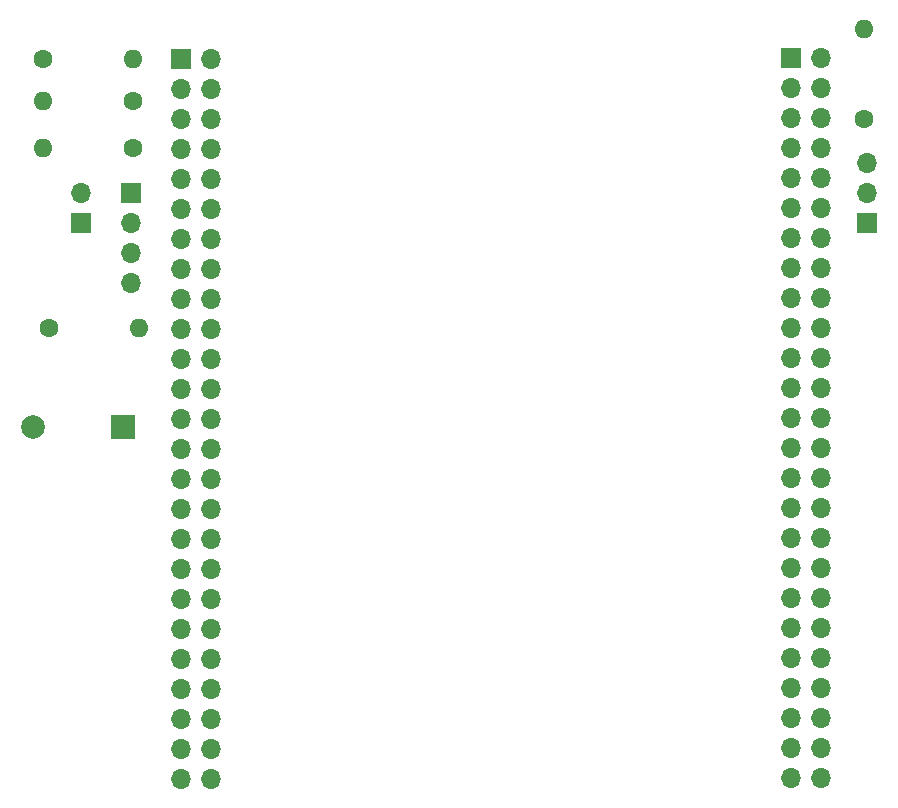
<source format=gbr>
%TF.GenerationSoftware,KiCad,Pcbnew,7.0.1*%
%TF.CreationDate,2023-05-28T14:58:13-06:00*%
%TF.ProjectId,Phase D,50686173-6520-4442-9e6b-696361645f70,rev?*%
%TF.SameCoordinates,Original*%
%TF.FileFunction,Soldermask,Top*%
%TF.FilePolarity,Negative*%
%FSLAX46Y46*%
G04 Gerber Fmt 4.6, Leading zero omitted, Abs format (unit mm)*
G04 Created by KiCad (PCBNEW 7.0.1) date 2023-05-28 14:58:13*
%MOMM*%
%LPD*%
G01*
G04 APERTURE LIST*
%ADD10R,1.700000X1.700000*%
%ADD11O,1.700000X1.700000*%
%ADD12C,1.600000*%
%ADD13O,1.600000X1.600000*%
%ADD14R,2.000000X2.000000*%
%ADD15C,2.000000*%
G04 APERTURE END LIST*
D10*
%TO.C,J6*%
X199440000Y-81040000D03*
D11*
X199440000Y-78500000D03*
X199440000Y-75960000D03*
%TD*%
D12*
%TO.C,R4*%
X199200000Y-72180000D03*
D13*
X199200000Y-64560000D03*
%TD*%
D12*
%TO.C,TH1*%
X129640000Y-67150000D03*
D13*
X137260000Y-67150000D03*
%TD*%
D12*
%TO.C,R2*%
X130165000Y-89875000D03*
D13*
X137785000Y-89875000D03*
%TD*%
D10*
%TO.C,J7*%
X132850000Y-81000000D03*
D11*
X132850000Y-78460000D03*
%TD*%
D12*
%TO.C,R3*%
X137265000Y-74625000D03*
D13*
X129645000Y-74625000D03*
%TD*%
D10*
%TO.C,J1*%
X193000000Y-67025000D03*
D11*
X195540000Y-67025000D03*
X193000000Y-69565000D03*
X195540000Y-69565000D03*
X193000000Y-72105000D03*
X195540000Y-72105000D03*
X193000000Y-74645000D03*
X195540000Y-74645000D03*
X193000000Y-77185000D03*
X195540000Y-77185000D03*
X193000000Y-79725000D03*
X195540000Y-79725000D03*
X193000000Y-82265000D03*
X195540000Y-82265000D03*
X193000000Y-84805000D03*
X195540000Y-84805000D03*
X193000000Y-87345000D03*
X195540000Y-87345000D03*
X193000000Y-89885000D03*
X195540000Y-89885000D03*
X193000000Y-92425000D03*
X195540000Y-92425000D03*
X193000000Y-94965000D03*
X195540000Y-94965000D03*
X193000000Y-97505000D03*
X195540000Y-97505000D03*
X193000000Y-100045000D03*
X195540000Y-100045000D03*
X193000000Y-102585000D03*
X195540000Y-102585000D03*
X193000000Y-105125000D03*
X195540000Y-105125000D03*
X193000000Y-107665000D03*
X195540000Y-107665000D03*
X193000000Y-110205000D03*
X195540000Y-110205000D03*
X193000000Y-112745000D03*
X195540000Y-112745000D03*
X193000000Y-115285000D03*
X195540000Y-115285000D03*
X193000000Y-117825000D03*
X195540000Y-117825000D03*
X193000000Y-120365000D03*
X195540000Y-120365000D03*
X193000000Y-122905000D03*
X195540000Y-122905000D03*
X193000000Y-125445000D03*
X195540000Y-125445000D03*
X193000000Y-127985000D03*
X195540000Y-127985000D03*
%TD*%
D12*
%TO.C,R1*%
X137265000Y-70675000D03*
D13*
X129645000Y-70675000D03*
%TD*%
D10*
%TO.C,J8*%
X141335000Y-67090000D03*
D11*
X143875000Y-67090000D03*
X141335000Y-69630000D03*
X143875000Y-69630000D03*
X141335000Y-72170000D03*
X143875000Y-72170000D03*
X141335000Y-74710000D03*
X143875000Y-74710000D03*
X141335000Y-77250000D03*
X143875000Y-77250000D03*
X141335000Y-79790000D03*
X143875000Y-79790000D03*
X141335000Y-82330000D03*
X143875000Y-82330000D03*
X141335000Y-84870000D03*
X143875000Y-84870000D03*
X141335000Y-87410000D03*
X143875000Y-87410000D03*
X141335000Y-89950000D03*
X143875000Y-89950000D03*
X141335000Y-92490000D03*
X143875000Y-92490000D03*
X141335000Y-95030000D03*
X143875000Y-95030000D03*
X141335000Y-97570000D03*
X143875000Y-97570000D03*
X141335000Y-100110000D03*
X143875000Y-100110000D03*
X141335000Y-102650000D03*
X143875000Y-102650000D03*
X141335000Y-105190000D03*
X143875000Y-105190000D03*
X141335000Y-107730000D03*
X143875000Y-107730000D03*
X141335000Y-110270000D03*
X143875000Y-110270000D03*
X141335000Y-112810000D03*
X143875000Y-112810000D03*
X141335000Y-115350000D03*
X143875000Y-115350000D03*
X141335000Y-117890000D03*
X143875000Y-117890000D03*
X141335000Y-120430000D03*
X143875000Y-120430000D03*
X141335000Y-122970000D03*
X143875000Y-122970000D03*
X141335000Y-125510000D03*
X143875000Y-125510000D03*
X141335000Y-128050000D03*
X143875000Y-128050000D03*
%TD*%
D10*
%TO.C,J5*%
X137075000Y-78500000D03*
D11*
X137075000Y-81040000D03*
X137075000Y-83580000D03*
X137075000Y-86120000D03*
%TD*%
D14*
%TO.C,LS1*%
X136425000Y-98250000D03*
D15*
X128825000Y-98250000D03*
%TD*%
M02*

</source>
